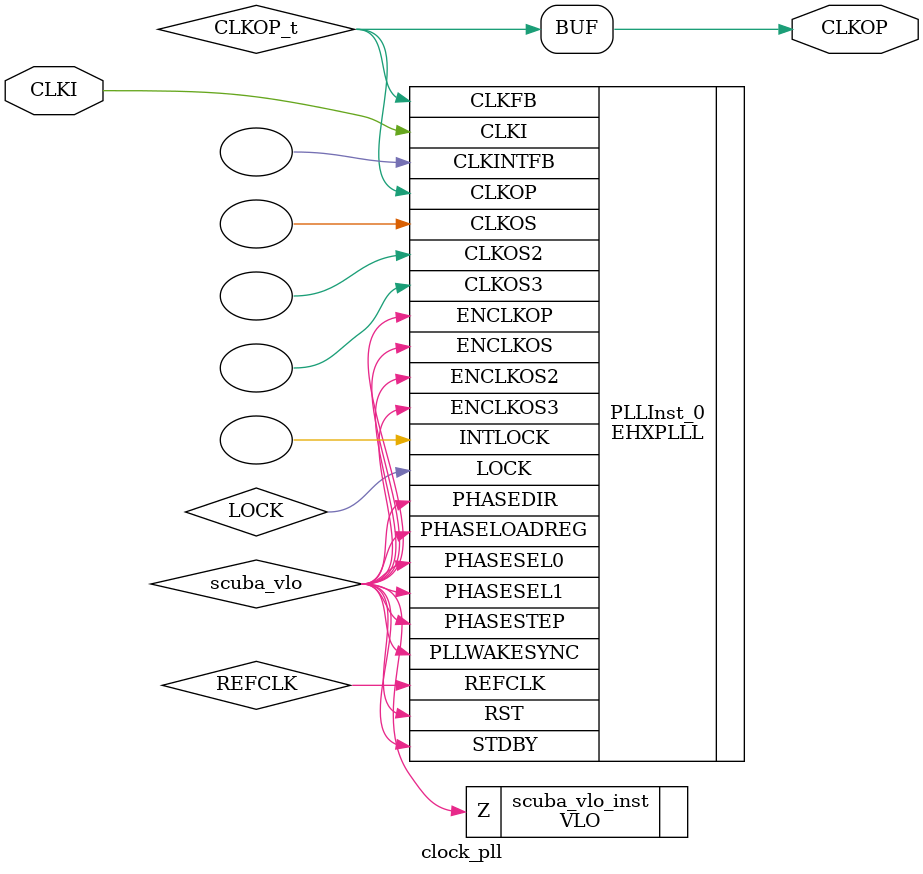
<source format=v>
/* Verilog netlist generated by SCUBA Diamond (64-bit) 3.11.0.396.4 */
/* Module Version: 5.7 */
/* /usr/local/diamond/3.11_x64/ispfpga/bin/lin64/scuba -w -n clock_pll -lang verilog -synth lse -bus_exp 7 -bb -arch sa5p00 -type pll -fin 8 -fclkop 48 -fclkop_tol 0.0 -phase_cntl STATIC -fb_mode 1 -fdc /home/david/spokefpga_prv/src/boards/projects/hadbadge2019_usb/build/clock_pll/clock_pll.fdc  */
/* Sun Oct 13 11:59:06 2019 */


`timescale 1 ns / 1 ps
module clock_pll (CLKI, CLKOP)/* synthesis NGD_DRC_MASK=1 */;
    input wire CLKI;
    output wire CLKOP;

    wire REFCLK;
    wire LOCK;
    wire CLKOP_t;
    wire scuba_vhi;
    wire scuba_vlo;

    VHI scuba_vhi_inst (.Z(scuba_vhi));

    VLO scuba_vlo_inst (.Z(scuba_vlo));

    defparam PLLInst_0.PLLRST_ENA = "DISABLED" ;
    defparam PLLInst_0.INTFB_WAKE = "DISABLED" ;
    defparam PLLInst_0.STDBY_ENABLE = "DISABLED" ;
    defparam PLLInst_0.DPHASE_SOURCE = "DISABLED" ;
    defparam PLLInst_0.CLKOS3_FPHASE = 0 ;
    defparam PLLInst_0.CLKOS3_CPHASE = 0 ;
    defparam PLLInst_0.CLKOS2_FPHASE = 0 ;
    defparam PLLInst_0.CLKOS2_CPHASE = 0 ;
    defparam PLLInst_0.CLKOS_FPHASE = 0 ;
    defparam PLLInst_0.CLKOS_CPHASE = 0 ;
    defparam PLLInst_0.CLKOP_FPHASE = 0 ;
    defparam PLLInst_0.CLKOP_CPHASE = 11 ;
    defparam PLLInst_0.PLL_LOCK_MODE = 0 ;
    defparam PLLInst_0.CLKOS_TRIM_DELAY = 0 ;
    defparam PLLInst_0.CLKOS_TRIM_POL = "FALLING" ;
    defparam PLLInst_0.CLKOP_TRIM_DELAY = 0 ;
    defparam PLLInst_0.CLKOP_TRIM_POL = "FALLING" ;
    defparam PLLInst_0.OUTDIVIDER_MUXD = "DIVD" ;
    defparam PLLInst_0.CLKOS3_ENABLE = "DISABLED" ;
    defparam PLLInst_0.OUTDIVIDER_MUXC = "DIVC" ;
    defparam PLLInst_0.CLKOS2_ENABLE = "DISABLED" ;
    defparam PLLInst_0.OUTDIVIDER_MUXB = "DIVB" ;
    defparam PLLInst_0.CLKOS_ENABLE = "DISABLED" ;
    defparam PLLInst_0.OUTDIVIDER_MUXA = "DIVA" ;
    defparam PLLInst_0.CLKOP_ENABLE = "ENABLED" ;
    defparam PLLInst_0.CLKOS3_DIV = 1 ;
    defparam PLLInst_0.CLKOS2_DIV = 1 ;
    defparam PLLInst_0.CLKOS_DIV = 1 ;
    defparam PLLInst_0.CLKOP_DIV = 12 ;
    defparam PLLInst_0.CLKFB_DIV = 6 ;
    defparam PLLInst_0.CLKI_DIV = 1 ;
    defparam PLLInst_0.FEEDBK_PATH = "CLKOP" ;
    EHXPLLL PLLInst_0 (.CLKI(CLKI), .CLKFB(CLKOP_t), .PHASESEL1(scuba_vlo), 
        .PHASESEL0(scuba_vlo), .PHASEDIR(scuba_vlo), .PHASESTEP(scuba_vlo), 
        .PHASELOADREG(scuba_vlo), .STDBY(scuba_vlo), .PLLWAKESYNC(scuba_vlo), 
        .RST(scuba_vlo), .ENCLKOP(scuba_vlo), .ENCLKOS(scuba_vlo), .ENCLKOS2(scuba_vlo), 
        .ENCLKOS3(scuba_vlo), .CLKOP(CLKOP_t), .CLKOS(), .CLKOS2(), .CLKOS3(), 
        .LOCK(LOCK), .INTLOCK(), .REFCLK(REFCLK), .CLKINTFB())
             /* synthesis FREQUENCY_PIN_CLKOP="48.000000" */
             /* synthesis FREQUENCY_PIN_CLKI="8.000000" */
             /* synthesis ICP_CURRENT="5" */
             /* synthesis LPF_RESISTOR="16" */;

    assign CLKOP = CLKOP_t;


    // exemplar begin
    // exemplar attribute PLLInst_0 FREQUENCY_PIN_CLKOP 48.000000
    // exemplar attribute PLLInst_0 FREQUENCY_PIN_CLKI 8.000000
    // exemplar attribute PLLInst_0 ICP_CURRENT 5
    // exemplar attribute PLLInst_0 LPF_RESISTOR 16
    // exemplar end

endmodule

</source>
